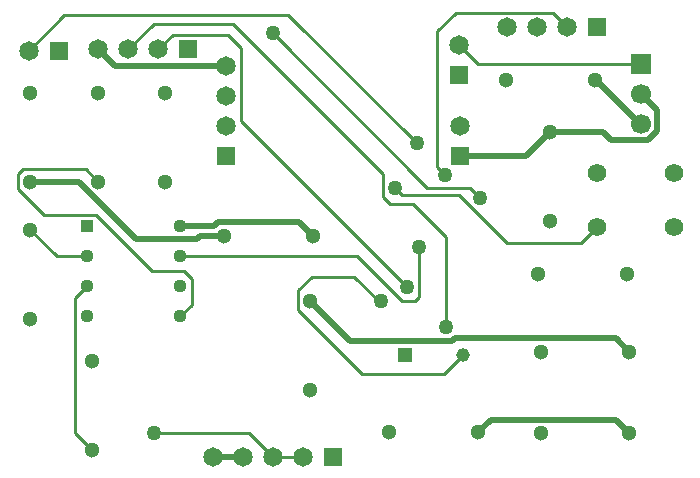
<source format=gbl>
G04*
G04 #@! TF.GenerationSoftware,Altium Limited,Altium Designer,24.2.2 (26)*
G04*
G04 Layer_Physical_Order=2*
G04 Layer_Color=16711680*
%FSLAX44Y44*%
%MOMM*%
G71*
G04*
G04 #@! TF.SameCoordinates,F2C55401-2C48-4F77-8023-E721376540C6*
G04*
G04*
G04 #@! TF.FilePolarity,Positive*
G04*
G01*
G75*
%ADD14C,0.2540*%
%ADD36C,0.5080*%
%ADD37C,1.3000*%
%ADD38C,1.6500*%
%ADD39R,1.6500X1.6500*%
%ADD40R,1.7000X1.7000*%
%ADD41C,1.7000*%
%ADD42C,1.1300*%
%ADD43R,1.1300X1.1300*%
%ADD44R,1.6500X1.6500*%
%ADD45C,1.5750*%
%ADD46C,1.1550*%
%ADD47R,1.1550X1.1550*%
%ADD48C,1.2700*%
D14*
X365252Y152400D02*
Y195072D01*
X399000Y365400D02*
X415000Y349400D01*
X553000D01*
X380238Y262286D02*
Y377190D01*
X388112Y126746D02*
Y203200D01*
X316738Y87122D02*
X386122D01*
X402000Y103000D01*
X262636Y141224D02*
X316738Y87122D01*
X91186Y221996D02*
X139192Y173990D01*
X47498Y221996D02*
X91186D01*
X58200Y186800D02*
X83600D01*
X36000Y209000D02*
X58200Y186800D01*
X73914Y151714D02*
X83600Y161400D01*
X73914Y37087D02*
Y151714D01*
Y37087D02*
X88000Y23000D01*
X241046Y375666D02*
X371721Y244991D01*
X408297D01*
X417068Y236220D01*
X380238Y262286D02*
X387000Y255524D01*
X380238Y377190D02*
X396240Y393192D01*
X478208D01*
X490400Y381000D01*
X34600Y361000D02*
X64760Y391160D01*
X254439D01*
X363000Y282599D01*
X163000Y186800D02*
X312310D01*
X350520Y148590D01*
X361442D01*
X365252Y152400D01*
X140462Y37084D02*
X221316D01*
X241400Y17000D01*
X514000Y336000D02*
X514550Y336550D01*
X359977Y231335D02*
X388112Y203200D01*
X340360Y231335D02*
X359977D01*
X334680Y237015D02*
X340360Y231335D01*
X334680Y237015D02*
Y256632D01*
X207518Y383794D02*
X334680Y256632D01*
X140794Y383794D02*
X207518D01*
X119000Y362000D02*
X140794Y383794D01*
X501866Y197866D02*
X516000Y212000D01*
X439420Y197866D02*
X501866D01*
X398780Y238506D02*
X439420Y197866D01*
X350774Y238506D02*
X398780D01*
X344932Y244348D02*
X350774Y238506D01*
X163000Y136000D02*
X172466Y145466D01*
Y167640D01*
X166116Y173990D02*
X172466Y167640D01*
X139192Y173990D02*
X166116D01*
X25654Y243840D02*
X47498Y221996D01*
X25654Y243840D02*
Y256540D01*
X29718Y260604D01*
X82896D01*
X93500Y250000D01*
X331216Y148590D02*
X332740D01*
X310134Y169672D02*
X331216Y148590D01*
X274320Y169672D02*
X310134D01*
X262636Y157988D02*
X274320Y169672D01*
X262636Y141224D02*
Y157988D01*
X144400Y362000D02*
X156542Y374142D01*
X203200D01*
X214122Y363220D01*
Y301660D02*
Y363220D01*
Y301660D02*
X355000Y160782D01*
X241400Y17000D02*
X266800D01*
D36*
X514000Y336000D02*
X514800D01*
X521000Y291999D02*
X527979Y285020D01*
X566580Y292975D02*
Y310420D01*
X553000Y324000D02*
X566580Y310420D01*
X527979Y285020D02*
X558625D01*
X514800Y336000D02*
X552200Y298600D01*
X558625Y285020D02*
X566580Y292975D01*
X552200Y298600D02*
X553000D01*
X476000Y291999D02*
X521000D01*
X191824Y212200D02*
X195203Y215580D01*
X263420D01*
X275000Y204000D01*
X163000Y212200D02*
X191824D01*
X400000Y271600D02*
X455600D01*
X476000Y291999D01*
X425580Y48580D02*
X531420D01*
X543000Y37000D01*
X415000Y38000D02*
X425580Y48580D01*
X531420Y117580D02*
X543000Y106000D01*
X395110Y117580D02*
X531420D01*
X392846Y115316D02*
X395110Y117580D01*
X306684Y115316D02*
X392846D01*
X273000Y149000D02*
X306684Y115316D01*
X190600Y17000D02*
X216000D01*
X93000Y361000D02*
X94600D01*
X77124Y250000D02*
X125654Y201470D01*
X36000Y250000D02*
X77124D01*
X176941Y201470D02*
X179471Y204000D01*
X125654Y201470D02*
X176941D01*
X179471Y204000D02*
X200000D01*
X107800Y347800D02*
X202000D01*
X94600Y361000D02*
X107800Y347800D01*
X93000Y361000D02*
X93600Y361600D01*
Y362000D01*
D37*
X93500Y325000D02*
D03*
Y250000D02*
D03*
X476000Y291999D02*
D03*
Y217000D02*
D03*
X543000Y106000D02*
D03*
X468000D02*
D03*
X200000Y204000D02*
D03*
X275000D02*
D03*
X273000Y149000D02*
D03*
Y74000D02*
D03*
X340000Y38000D02*
D03*
X415000D02*
D03*
X88000Y23000D02*
D03*
Y98000D02*
D03*
X150000Y250000D02*
D03*
Y325000D02*
D03*
X36000Y250000D02*
D03*
Y325000D02*
D03*
X36000Y134000D02*
D03*
Y209000D02*
D03*
X439000Y336000D02*
D03*
X514000D02*
D03*
X468000Y37000D02*
D03*
X543000D02*
D03*
X466000Y172000D02*
D03*
X541000D02*
D03*
D38*
X202000Y347800D02*
D03*
Y322400D02*
D03*
Y297000D02*
D03*
X400000Y297000D02*
D03*
X399000Y365400D02*
D03*
X439600Y381000D02*
D03*
X465000D02*
D03*
X490400D02*
D03*
X93600Y362000D02*
D03*
X119000D02*
D03*
X144400D02*
D03*
X34600Y361000D02*
D03*
X190600Y17000D02*
D03*
X216000D02*
D03*
X241400D02*
D03*
X266800D02*
D03*
D39*
X202000Y271600D02*
D03*
X400000Y271600D02*
D03*
X399000Y340000D02*
D03*
D40*
X553000Y349400D02*
D03*
D41*
Y324000D02*
D03*
Y298600D02*
D03*
D42*
X163000Y212200D02*
D03*
Y186800D02*
D03*
Y161400D02*
D03*
Y136000D02*
D03*
X83600D02*
D03*
Y161400D02*
D03*
Y186800D02*
D03*
D43*
Y212200D02*
D03*
D44*
X515800Y381000D02*
D03*
X169800Y362000D02*
D03*
X60000Y361000D02*
D03*
X292200Y17000D02*
D03*
D45*
X581000Y257000D02*
D03*
Y212000D02*
D03*
X516000D02*
D03*
Y257000D02*
D03*
D46*
X402000Y103000D02*
D03*
D47*
X353200D02*
D03*
D48*
X365252Y195072D02*
D03*
X388112Y126746D02*
D03*
X241046Y375666D02*
D03*
X417068Y236220D02*
D03*
X387000Y255524D02*
D03*
X363000Y282599D02*
D03*
X140462Y37084D02*
D03*
X344932Y244348D02*
D03*
X332740Y148590D02*
D03*
X355000Y160782D02*
D03*
M02*

</source>
